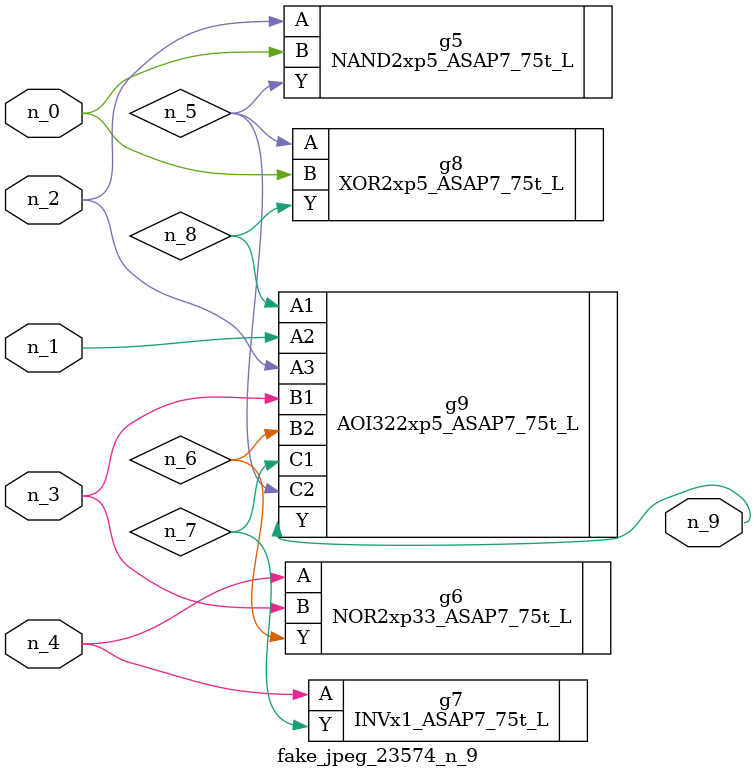
<source format=v>
module fake_jpeg_23574_n_9 (n_3, n_2, n_1, n_0, n_4, n_9);

input n_3;
input n_2;
input n_1;
input n_0;
input n_4;

output n_9;

wire n_8;
wire n_6;
wire n_5;
wire n_7;

NAND2xp5_ASAP7_75t_L g5 ( 
.A(n_2),
.B(n_0),
.Y(n_5)
);

NOR2xp33_ASAP7_75t_L g6 ( 
.A(n_4),
.B(n_3),
.Y(n_6)
);

INVx1_ASAP7_75t_L g7 ( 
.A(n_4),
.Y(n_7)
);

XOR2xp5_ASAP7_75t_L g8 ( 
.A(n_5),
.B(n_0),
.Y(n_8)
);

AOI322xp5_ASAP7_75t_L g9 ( 
.A1(n_8),
.A2(n_1),
.A3(n_2),
.B1(n_3),
.B2(n_6),
.C1(n_7),
.C2(n_5),
.Y(n_9)
);


endmodule
</source>
